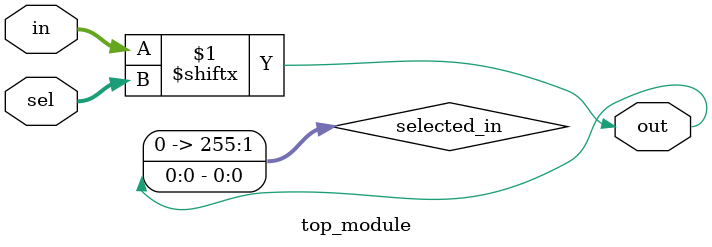
<source format=sv>
module top_module (
	input [255:0] in,
	input [7:0] sel,
	output  out
);

wire [255:0] selected_in;

assign selected_in = in[sel];

assign out = selected_in;

endmodule

</source>
